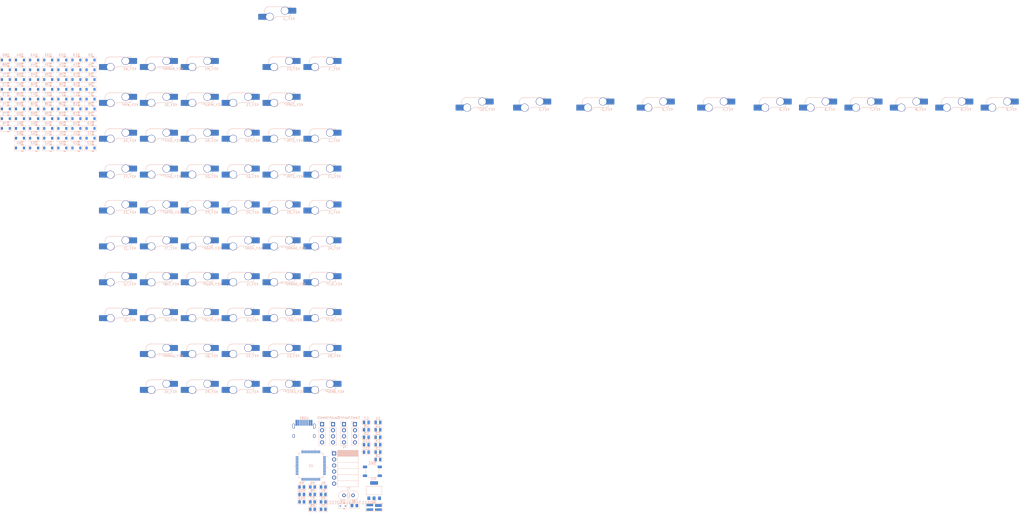
<source format=kicad_pcb>
(kicad_pcb (version 20241229) (generator "pcbnew") (generator_version "9.0")
  (layers (0 "F.Cu" signal) (4 "In1.Cu" signal) (6 "In2.Cu" signal) (2 "B.Cu" signal) (13 "F.Paste" user) (15 "B.Paste" user) (5 "F.SilkS" user "F.Silkscreen") (7 "B.SilkS" user "B.Silkscreen") (1 "F.Mask" user) (3 "B.Mask" user) (25 "Edge.Cuts" user))
  (net 0 "")
  (net 1 "GND")
  (net 2 "+3.3V")
  (net 3 "+5V")
  (net 4 "Net-(D3-A)")
  (net 5 "Net-(D4-A)")
  (net 6 "Net-(D5-A)")
  (net 7 "Net-(D6-A)")
  (net 8 "Net-(D7-A)")
  (net 9 "Net-(D8-A)")
  (net 10 "Net-(D9-A)")
  (net 11 "Net-(D10-A)")
  (net 12 "Net-(D11-A)")
  (net 13 "Net-(D12-A)")
  (net 14 "Net-(D13-A)")
  (net 15 "Net-(D14-A)")
  (net 16 "Net-(D15-A)")
  (net 17 "Net-(D16-A)")
  (net 18 "Net-(D17-A)")
  (net 19 "Net-(D18-A)")
  (net 20 "Net-(D19-A)")
  (net 21 "Net-(D20-A)")
  (net 22 "Net-(D21-A)")
  (net 23 "Net-(D22-A)")
  (net 24 "Net-(D23-A)")
  (net 25 "Net-(D29-A)")
  (net 26 "Net-(D30-A)")
  (net 27 "Net-(D31-A)")
  (net 28 "Net-(D32-A)")
  (net 29 "Net-(D33-A)")
  (net 30 "Net-(D24-A)")
  (net 31 "Net-(D25-A)")
  (net 32 "Net-(D26-A)")
  (net 33 "Net-(D27-A)")
  (net 34 "Net-(D28-A)")
  (net 35 "Net-(D34-A)")
  (net 36 "/COL2")
  (net 37 "/COL3")
  (net 38 "/COL4")
  (net 39 "/COL5")
  (net 40 "/COL1")
  (net 41 "/ROT_TIMB")
  (net 42 "/ROT_TIMA")
  (net 43 "Net-(U1-OSCIN)")
  (net 44 "Net-(U1-OSCOUT)")
  (net 45 "Net-(U1-VCAP)")
  (net 46 "/NRST")
  (net 47 "/D+")
  (net 48 "/D-")
  (net 49 "/ROW1")
  (net 50 "/ROW2")
  (net 51 "/ROW3")
  (net 52 "/ROW4")
  (net 53 "/ROW5")
  (net 54 "Net-(D35-A)")
  (net 55 "/ROT_SW")
  (net 56 "/UART_TX_EAST")
  (net 57 "/UART_RX_EAST")
  (net 58 "Net-(U1-VDDA)")
  (net 59 "/RGB_DATAIN")
  (net 60 "Net-(D36-A)")
  (net 61 "Net-(D37-A)")
  (net 62 "Net-(D38-A)")
  (net 63 "Net-(D39-A)")
  (net 64 "Net-(D40-A)")
  (net 65 "Net-(D41-A)")
  (net 66 "Net-(D42-A)")
  (net 67 "Net-(D43-A)")
  (net 68 "Net-(D44-A)")
  (net 69 "Net-(D45-A)")
  (net 70 "Net-(D46-A)")
  (net 71 "Net-(D47-A)")
  (net 72 "Net-(D48-A)")
  (net 73 "Net-(D50-A)")
  (net 74 "Net-(D51-A)")
  (net 75 "Net-(D52-A)")
  (net 76 "Net-(D53-A)")
  (net 77 "Net-(D54-A)")
  (net 78 "Net-(D55-A)")
  (net 79 "Net-(D56-A)")
  (net 80 "Net-(D57-A)")
  (net 81 "Net-(D58-A)")
  (net 82 "/UART_TX_NORTH")
  (net 83 "/UART_RX_NORTH")
  (net 84 "Net-(USB1-CC2)")
  (net 85 "Net-(USB1-CC1)")
  (net 86 "Net-(U1-PA11)")
  (net 87 "Net-(U1-PA12)")
  (net 88 "Net-(U1-BOOT)")
  (net 89 "/JTCLK")
  (net 90 "Net-(J1-Pin_2)")
  (net 91 "/JTMS")
  (net 92 "Net-(J1-Pin_4)")
  (net 93 "Net-(J1-Pin_5)")
  (net 94 "Net-(J1-Pin_6)")
  (net 95 "/SWO")
  (net 96 "/UART_TX_SOUTH")
  (net 97 "/UART_RX_SOUTH")
  (net 99 "AGND")
  (net 100 "Net-(D59-A)")
  (net 101 "/UART_TX_WEST")
  (net 104 "Net-(D60-A)")
  (net 105 "Net-(D61-A)")
  (net 106 "Net-(D62-A)")
  (net 109 "Net-(D64-A)")
  (net 111 "Net-(D65-A)")
  (net 112 "Net-(D68-A)")
  (net 113 "/UART_RX_WEST")
  (net 114 "Net-(D71-A)")
  (net 115 "Net-(D72-A)")
  (net 116 "Net-(D73-A)")
  (net 119 "Net-(D2-A)")
  (net 124 "Net-(D74-A)")
  (net 125 "Net-(D75-A)")
  (net 126 "Net-(D76-A)")
  (net 127 "/COL12")
  (net 128 "/COL9")
  (net 129 "/COL10")
  (net 130 "/COL11")
  (net 131 "/COL6")
  (net 132 "/COL7")
  (net 133 "/COL8")
  (net 134 "/COL14")
  (net 135 "/COL13")
  (net 136 "/COL15")
  (footprint "PCM_Resistor_SMD_AKL:R_0805_2012Metric" (layer "B.Cu") (at -40.389 193.232 180)
    (property "Reference" "R6")
    (property "Value" "22" (hide yes))
  )
  (footprint "PCM_marbastlib-mx:SW_MX_HS_CPG151101S11_1u" (layer "B.Cu") (at 52.3875 33.49625 180)
    (property "Reference" "KEY_1")
    (property "Value" "MX_SW_HS")
  )
  (footprint "PCM_marbastlib-mx:SW_MX_HS_CPG151101S11_1u" (layer "B.Cu") (at -87.038824 76.667 180)
    (property "Reference" "KEY_P1")
    (property "Value" "MX_SW_HS")
  )
  (footprint "PCM_Diode_SMD_AKL:D_SOD-123" (layer "B.Cu") (at -151.269 23.292 180)
    (property "Reference" "D36")
    (property "Value" "1N4148W" (hide yes))
  )
  (footprint "PCM_Capacitor_SMD_AKL:C_0805_2012Metric" (layer "B.Cu") (at -17.821682 166.122 180)
    (property "Reference" "C8")
    (property "Value" "10uF" (hide yes))
  )
  (footprint "PCM_marbastlib-mx:SW_MX_HS_CPG151101S11_1u" (layer "B.Cu") (at -69.888824 91.717 180)
    (property "Reference" "KEY_HOME1")
    (property "Value" "MX_SW_HS")
  )
  (footprint "PCM_Diode_SMD_AKL:D_SOD-123" (layer "B.Cu") (at -163.109 15.092 180)
    (property "Reference" "D55")
    (property "Value" "1N4148W" (hide yes))
  )
  (footprint "PCM_marbastlib-mx:SW_MX_HS_CPG151101S11_1u" (layer "B.Cu") (at -35.588824 61.617 180)
    (property "Reference" "KEY_/1")
    (property "Value" "MX_SW_HS")
  )
  (footprint "PCM_Diode_SMD_AKL:D_SOD-123" (layer "B.Cu") (at -169.029 19.192 180)
    (property "Reference" "D71")
    (property "Value" "1N4148W" (hide yes))
  )
  (footprint "PCM_marbastlib-mx:SW_MX_HS_CPG151101S11_1u" (layer "B.Cu") (at 248.5225 33.49625 180)
    (property "Reference" "KEY_0")
    (property "Value" "MX_SW_HS")
  )
  (footprint "PCM_marbastlib-mx:SW_MX_HS_CPG151101S11_1u" (layer "B.Cu") (at -87.038824 16.467 180)
    (property "Reference" "KEY_M1")
    (property "Value" "MX_SW_HS")
  )
  (footprint "PCM_Diode_SMD_AKL:D_SOD-123" (layer "B.Cu") (at -151.269 31.492 180)
    (property "Reference" "D38")
    (property "Value" "1N4148W" (hide yes))
  )
  (footprint "PCM_Diode_SMD_AKL:D_SOD-123" (layer "B.Cu") (at -139.429 47.892 180)
    (property "Reference" "D22")
    (property "Value" "1N4148W" (hide yes))
  )
  (footprint "PCM_marbastlib-mx:SW_MX_HS_CPG151101S11_1u" (layer "B.Cu") (at -104.188824 151.917 180)
    (property "Reference" "KEY_V1")
    (property "Value" "MX_SW_HS")
  )
  (footprint "PCM_marbastlib-mx:SW_MX_HS_CPG151101S11_1u" (layer "B.Cu") (at -69.888824 151.917 180)
    (property "Reference" "KEY_L1")
    (property "Value" "MX_SW_HS")
  )
  (footprint "PCM_Diode_SMD_AKL:D_SOD-123" (layer "B.Cu") (at -145.349 35.592 180)
    (property "Reference" "D29")
    (property "Value" "1N4148W" (hide yes))
  )
  (footprint "PCM_marbastlib-mx:SW_MX_HS_CPG151101S11_1u" (layer "B.Cu") (at -104.188824 121.817 180)
    (property "Reference" "KEY_U1")
    (property "Value" "MX_SW_HS")
  )
  (footprint "PCM_Resistor_SMD_AKL:R_0805_2012Metric" (layer "B.Cu") (at -44.909 196.352 180)
    (property "Reference" "R13")
    (property "Value" "DNP" (hide yes))
  )
  (footprint "PCM_marbastlib-mx:SW_MX_HS_CPG151101S11_1u" (layer "B.Cu") (at -104.188824 16.467 180)
    (property "Reference" "KEY_RARROW1")
    (property "Value" "MX_SW_HS")
  )
  (footprint "PCM_Diode_SMD_AKL:D_SOD-123" (layer "B.Cu") (at -139.429 31.492 180)
    (property "Reference" "D18")
    (property "Value" "1N4148W" (hide yes))
  )
  (footprint "PCM_Diode_SMD_AKL:D_SOD-123" (layer "B.Cu") (at -133.509 10.992 180)
    (property "Reference" "D3")
    (property "Value" "1N4148W" (hide yes))
  )
  (footprint "PCM_marbastlib-mx:SW_MX_HS_CPG151101S11_1u" (layer "B.Cu") (at -52.738824 46.567 180)
    (property "Reference" "KEY_CTRL1")
    (property "Value" "MX_SW_HS")
  )
  (footprint "PCM_Diode_SMD_AKL:D_SOD-123" (layer "B.Cu") (at -145.349 10.992 180)
    (property "Reference" "D23")
    (property "Value" "1N4148W" (hide yes))
  )
  (footprint "PCM_marbastlib-mx:SW_MX_HS_CPG151101S11_1u" (layer "B.Cu") (at -104.188824 76.667 180)
    (property "Reference" "KEY_SPACE1")
    (property "Value" "MX_SW_HS")
  )
  (footprint "PCM_marbastlib-mx:SW_MX_HS_CPG151101S11_1u" (layer "B.Cu") (at -52.738824 76.667 180)
    (property "Reference" "KEY_D1")
    (property "Value" "MX_SW_HS")
  )
  (footprint "PCM_Diode_SMD_AKL:D_SOD-123" (layer "B.Cu") (at -163.109 31.492 180)
    (property "Reference" "D59")
    (property "Value" "1N4148W" (hide yes))
  )
  (footprint "PCM_Diode_SMD_AKL:D_SOD-123" (layer "B.Cu") (at -169.029 10.992 180)
    (property "Reference" "D65")
    (property "Value" "1N4148W" (hide yes))
  )
  (footprint "Connector_PinSocket_2.54mm:PinSocket_1x04_P2.54mm_Vertical" (layer "B.Cu") (at -27.184 163.767 180)
    (property "Reference" "North1")
    (property "Value" "Conn_01x04")
  )
  (footprint "PCM_Resistor_SMD_AKL:R_0805_2012Metric" (layer "B.Cu") (at -40.389 190.112 180)
    (property "Reference" "R5")
    (property "Value" "10k" (hide yes))
  )
  (footprint "PCM_Resistor_SMD_AKL:R_0805_2012Metric" (layer "B.Cu") (at -44.909 193.232 180)
    (property "Reference" "R10")
    (property "Value" "DNP" (hide yes))
  )
  (footprint "Connector_PinSocket_2.54mm:PinSocket_1x04_P2.54mm_Vertical" (layer "B.Cu") (at -36.384 163.767 180)
    (property "Reference" "West1")
    (property "Value" "Conn_01x04")
  )
  (footprint "PCM_Diode_SMD_AKL:D_SOD-123" (layer "B.Cu") (at -151.269 39.692 180)
    (property "Reference" "D40")
    (property "Value" "1N4148W" (hide yes))
  )
  (footprint "PCM_marbastlib-mx:SW_MX_HS_CPG151101S11_1u" (layer "B.Cu") (at -121.338824 46.567 180)
    (property "Reference" "KEY_X1")
    (property "Value" "MX_SW_HS")
  )
  (footprint "PCM_Diode_SMD_AKL:D_SOD-123" (layer "B.Cu") (at -145.349 23.292 180)
    (property "Reference" "D26")
    (property "Value" "1N4148W" (hide yes))
  )
  (footprint "PCM_Diode_SMD_AKL:D_SOD-123" (layer "B.Cu") (at -163.109 43.792 180)
    (property "Reference" "D62")
    (property "Value" "1N4148W" (hide yes))
  )
  (footprint "PCM_Diode_SMD_AKL:D_SOD-123" (layer "B.Cu") (at -139.429 27.392 180)
    (property "Reference" "D17")
    (property "Value" "1N4148W" (hide yes))
  )
  (footprint "PCM_marbastlib-mx:SW_MX_HS_CPG151101S11_1u" (layer "B.Cu") (at 78.8895 33.49625 180)
    (property "Reference" "KEY_2")
    (property "Value" "MX_SW_HS")
  )
  (footprint "PCM_Diode_SMD_AKL:D_SOD-123" (layer "B.Cu") (at -139.429 15.092 180)
    (property "Reference" "D14")
    (property "Value" "1N4148W" (hide yes))
  )
  (footprint "PCM_marbastlib-mx:SW_MX_HS_CPG151101S11_1u" (layer "B.Cu") (at -69.888824 76.667 180)
    (property "Reference" "KEY_H1")
    (property "Value" "MX_SW_HS")
  )
  (footprint "PCM_marbastlib-mx:SW_MX_HS_CPG151101S11_1u" (layer "B.Cu") (at 210.4225 33.49625 180)
    (property "Reference" "KEY_8")
    (property "Value" "MX_SW_HS")
  )
  (footprint "PCM_marbastlib-mx:SW_MX_HS_CPG151101S11_1u" (layer "B.Cu") (at 172.3225 33.49625 180)
    (property "Reference" "KEY_6")
    (property "Value" "MX_SW_HS")
  )
  (footprint "PCM_Diode_SMD_AKL:D_SOD-123" (layer "B.Cu") (at -151.269 47.892 180)
    (property "Reference" "D42")
    (property "Value" "1N4148W" (hide yes))
  )
  (footprint "PCM_marbastlib-mx:SW_MX_HS_CPG151101S11_1u" (layer "B.Cu") (at -69.888824 46.567 180)
    (property "Reference" "KEY_FN1")
    (property "Value" "MX_SW_HS")
  )
  (footprint "PCM_marbastlib-mx:SW_MX_HS_CPG151101S11_1u" (layer "B.Cu") (at 28.2575 33.49625 180)
    (property "Reference" "KEY_ESC1")
    (property "Value" "MX_SW_HS")
  )
  (footprint "PCM_Diode_SMD_AKL:D_SOD-123" (layer "B.Cu") (at -151.269 10.992 180)
    (property "Reference" "D33")
    (property "Value" "1N4148W" (hide yes))
  )
  (footprint "PCM_marbastlib-mx:SW_MX_HS_CPG151101S11_1u" (layer "B.Cu") (at 104.2435 33.49625 180)
    (property "Reference" "KEY_3")
    (property "Value" "MX_SW_HS")
  )
  (footprint "PCM_marbastlib-mx:SW_MX_HS_CPG151101S11_1u" (layer "B.Cu") (at -35.588824 91.717 180)
    (property "Reference" "KEY_A1")
    (property "Value" "MX_SW_HS")
  )
  (footprint "PCM_marbastlib-mx:SW_MX_HS_CPG151101S11_1u" (layer "B.Cu") (at -87.038824 61.617 180)
    (property "Reference" "KEY_O1")
    (property "Value" "MX_SW_HS")
  )
  (footprint "PCM_Diode_SMD_AKL:D_SOD-123" (layer "B.Cu") (at -151.269 19.192 180)
    (property "Reference" "D35")
    (property "Value" "1N4148W" (hide yes))
  )
  (footprint "PCM_marbastlib-mx:SW_MX_HS_CPG151101S11_1u" (layer "B.Cu") (at -52.738824 91.717 180)
    (property "Reference" "KEY_DARROW1")
    (property "Value" "MX_SW_HS")
  )
  (footprint "PCM_marbastlib-mx:SW_MX_HS_CPG151101S11_1u" (layer "B.Cu") (at -87.038824 46.567 180)
    (property "Reference" "KEY_N1")
    (property "Value" "MX_SW_HS")
  )
  (footprint "PCM_Diode_SMD_AKL:D_SOD-123" (layer "B.Cu") (at -169.029 23.292 180)
    (property "Reference" "D72")
    (property "Value" "1N4148W" (hide yes))
  )
  (footprint "PCM_Diode_SMD_AKL:D_SOD-123" (layer "B.Cu") (at -133.509 47.892 180)
    (property "Reference" "D12")
    (property "Value" "1N4148W" (hide yes))
  )
  (footprint "PCM_Diode_SMD_AKL:D_SOD-123" (layer "B.Cu") (at -157.189 15.092 180)
    (property "Reference" "D44")
    (property "Value" "1N4148W" (hide yes))
  )
  (footprint "PCM_Diode_SMD_AKL:D_SOD-123" (layer "B.Cu") (at -133.509 15.092 180)
    (property "Reference" "D4")
    (property "Value" "1N4148W" (hide yes))
  )
  (footprint "PCM_marbastlib-mx:SW_MX_HS_CPG151101S11_1u" (layer "B.Cu") (at -52.738824 121.817 180)
    (property "Reference" "KEY_DEL1")
    (property "Value" "MX_SW_HS")
  )
  (footprint "PCM_Resistor_SMD_AKL:R_0805_2012Metric" (layer "B.Cu") (at -35.869 196.352 180)
    (property "Reference" "R3")
    (property "Value" "22" (hide yes))
  )
  (footprint "PCM_marbastlib-mx:SW_MX_HS_CPG151101S11_1u" (layer "B.Cu") (at -104.188824 91.717 180)
    (property "Reference" "KEY_T1")
    (property "Value" "MX_SW_HS")
  )
  (footprint "PCM_marbastlib-mx:SW_MX_HS_CPG151101S11_1u" (layer "B.Cu") (at 129.5975 33.49625 180)
    (property "Reference" "KEY_4")
    (property "Value" "MX_SW_HS")
  )
  (footprint "PCM_Diode_SMD_AKL:D_SOD-123" (layer "B.Cu") (at -151.269 35.592 180)
    (property "Reference" "D39")
    (property "Value" "1N4148W" (hide yes))
  )
  (footprint "PCM_Capacitor_SMD_AKL:C_0805_2012Metric" (layer "B.Cu") (at -12.939894 178.602 180)
    (property "Reference" "C6")
    (property "Value" "100nF" (hide yes))
  )
  (footprint "PCM_Resistor_SMD_AKL:R_0805_2012Metric" (layer "B.Cu") (at -40.389 196.352 180)
    (property "Reference" "R7")
    (property "Value" "22" (hide yes))
  )
  (footprint "PCM_Capacitor_SMD_AKL:C_0805_2012Metric" (layer "B.Cu") (at -12.939894 166.122 180)
    (property "Reference" "C2")
    (property "Value" "20pF" (hide yes))
  )
  (footprint "PCM_Diode_SMD_AKL:D_SOD-123" (layer "B.Cu") (at -139.429 35.592 180)
    (property "Reference" "D19")
    (property "Value" "1N4148W" (hide yes))
  )
  (footprint "PCM_Capacitor_SMD_AKL:C_0805_2012Metric" (layer "B.Cu") (at -17.821682 169.242 180)
    (property "Reference" "C9")
    (property "Value" "4.7uF" (hide yes))
  )
  (footprint "PCM_Diode_SMD_AKL:D_SOD-123" (layer "B.Cu") (at -157.189 31.492 180)
    (property "Reference" "D48")
    (property "Value" "1N4148W" (hide yes))
  )
  (footprint "PCM_Diode_SMD_AKL:D_SOD-123" (layer "B.Cu") (at -145.349 27.392 180)
    (property "Reference" "D27")
    (property "Value" "1N4148W" (hide yes))
  )
  (footprint "PCM_marbastlib-mx:SW_MX_HS_CPG151101S11_1u" (layer "B.Cu") (at -87.038824 136.867 180)
    (property "Reference" "KEY_Q1")
    (property "Value" "MX_SW_HS")
  )
  (footprint "PCM_marbastlib-mx:SW_MX_HS_CPG151101S11_1u" (layer "B.Cu") (at -104.188824 136.867 180)
    (property "Reference" "KEY_UARROW1")
    (property "Value" "MX_SW_HS")
  )
  (footprint "PCM_Diode_SMD_AKL:D_SOD-123" (layer "B.Cu") (at -151.269 43.792 180)
    (property "Reference" "D41")
    (property "Value" "1N4148W" (hide yes))
  )
  (footprint "PCM_Diode_SMD_AKL:D_SOD-123" (layer "B.Cu") (at -133.509 35.592 180)
    (property "Reference" "D9")
    (property "Value" "1N4148W" (hide yes))
  )
  (footprint "PCM_Diode_SMD_AKL:D_SOD-123" (layer "B.Cu") (at -133.509 19.192 180)
    (property "Reference" "D5")
    (property "Value" "1N4148W" (hide yes))
  )
  (footprint "PCM_Diode_SMD_AKL:D_SOD-123" (layer "B.Cu") (at -133.509 43.792 180)
    (property "Reference" "D11")
    (property "Value" "1N4148W" (hide yes))
  )
  (footprint "PCM_Diode_SMD_AKL:D_SOD-123" (layer "B.Cu") (at -163.109 35.592 180)
    (property "Reference" "D60")
    (property "Value" "1N4148W" (hide yes))
  )
  (footprint "PCM_Capacitor_SMD_AKL:C_0805_2012Metric" (layer "B.Cu") (at -12.939894 172.362 180)
    (property "Reference" "C4")
    (property "Value" "100nF" (hide yes))
  )
  (footprint "PCM_Diode_SMD_AKL:D_SOD-123" (layer "B.Cu") (at -163.109 10.992 180)
    (property "Reference" "D54")
    (property "Value" "1N4148W" (hide yes))
  )
  (footprint "Type-C.pretty-master:HRO-TYPE-C-31-M-12-HandSoldering" (layer "B.Cu") (at -43.979 171.362 180)
    (property "Reference" "USB1")
    (property "Value" "HRO-TYPE-C-31-M-12")
  )
  (footprint "PCM_Diode_SMD_AKL:D_SOD-123" (layer "B.Cu") (at -133.509 23.292 180)
    (property "Reference" "D6")
    (property "Value" "1N4148W" (hide yes))
  )
  (footprint "PCM_marbastlib-mx:SW_MX_HS_CPG151101S11_1u" (layer "B.Cu") (at -35.588824 106.767 180)
    (property "Reference" "KEY_ALT1")
    (property "Value" "MX_SW_HS")
  )
  (footprint "PCM_marbastlib-mx:SW_MX_HS_CPG151101S11_1u" (layer "B.Cu") (at -87.038824 151.917 180)
    (property "Reference" "KEY_R1")
    (property "Value" "MX_SW_HS")
  )
  (footprint "PCM_marbastlib-mx:SW_MX_HS_CPG151101S11_1u" (layer "B.Cu") (at -121.338824 91.717 180)
    (property "Reference" "KEY_[1")
    (property "Value" "MX_SW_HS")
  )
  (footprint "PCM_Diode_SMD_AKL:D_SOD-123" (layer "B.Cu") (at -169.029 35.592 180)
    (property "Reference" "D75")
    (property "Value" "1N4148W" (hide yes))
  )
  (footprint "PCM_marbastlib-mx:SW_MX_HS_CPG151101S11_1u" (layer "B.Cu") (at -69.888824 136.867 180)
    (property "Reference" "KEY_K1")
    (property "Value" "MX_SW_HS")
  )
  (footprint "PCM_marbastlib-mx:SW_MX_HS_CPG151101S11_1u" (layer "B.Cu") (at -104.188824 46.567 180)
    (property "Reference" "KEY_SHIFT1")
    (property "Value" "MX_SW_HS")
  )
  (footprint "PCM_marbastlib-various:SW_SPST_SKQG_WithStem" (layer "B.Cu") (at -15.274 183.537 180)
    (property "Reference" "SW2")
    (property "Value" "Push_Button")
  )
  (footprint "PCM_Diode_SMD_AKL:D_SOD-123" (layer "B.Cu") (at -163.109 27.392 180)
    (property "Reference" "D58")
    (property "Value" "1N4148W" (hide yes))
  )
  (footprint "PCM_Diode_SMD_AKL:D_SOD-123" (layer "B.Cu") (at -139.429 39.692 180)
    (property "Reference" "D20")
    (property "Value" "1N4148W" (hide yes))
  )
  (footprint "PCM_Diode_SMD_AKL:D_SOD-123" (layer "B.Cu") (at -139.429 19.192 180)
    (property "Reference" "D15")
    (property "Value" "1N4148W" (hide yes))
  )
  (footprint "PCM_marbastlib-mx:SW_MX_HS_CPG151101S11_1u" (layer "B.Cu") (at -104.188824 106.767 180)
    (property "Reference" "KEY_TAB1")
    (property "Value" "MX_SW_HS")
  )
  (footprint "PCM_Diode_SMD_AKL:D_SOD-323" (layer "B.Cu") (at -27.639 198.092 180)
    (property "Reference" "D2")
    (property "Value" "BAT60JFILM" (hide yes))
  )
  (footprint "PCM_Diode_SMD_AKL:D_SOD-123" (layer "B.Cu") (at -157.189 43.792 180)
    (property "Reference" "D52")
    (property "Value" "1N4148W" (hide yes))
  )
  (footprint "PCM_marbastlib-mx:SW_MX_HS_CPG151101S11_1u" (layer "B.Cu") (at -52.738824 136.867 180)
    (property "Reference" "KEY_E1")
    (property "Value" "MX_SW_HS")
  )
  (footprint "PCM_marbastlib-mx:SW_MX_HS_CPG151101S11_1u" (layer "B.Cu") (at -121.338824 31.517 180)
    (property "Reference" "KEY_WIN1")
    (property "Value" "MX_SW_HS")
  )
  (footprint "PCM_Diode_SMD_AKL:D_SOD-123" (layer "B.Cu") (at -157.189 47.892 180)
    (property "Reference" "D53")
    (property "Value" "1N4148W" (hide yes))
  )
  (footprint "PCM_marbastlib-mx:SW_MX_HS_CPG151101S11_1u" (layer "B.Cu") (at -35.588824 136.867 180)
    (property "Reference" "KEY_B1")
    (property "Value" "MX_SW_HS")
  )
  (footprint "PCM_Resistor_SMD_AKL:R_0805_2012Metric" (layer "B.Cu") (at -35.869 193.232 180)
    (property "Reference" "R2")
    (property "Value" "5.1k" (hide yes))
  )
  (footprint "PCM_marbastlib-mx:SW_MX_HS_CPG151101S11_1u" (layer "B.Cu") (at -52.738824 61.617 180)
    (property "Reference" "KEY_CTRL2")
    (property "Value" "MX_SW_HS")
  )
  (footprint "PCM_marbastlib-mx:SW_MX_HS_CPG151101S11_1u" (layer "B.Cu") (at -69.888824 61.617 180)
    (property "Reference" "KEY_G1")
    (property "Value" "MX_SW_HS")
  )
  (footprint "PCM_Capacitor_SMD_AKL:C_0805_2012Metric" (layer "B.Cu") (at -17.821682 172.362 180)
    (property "Reference" "C10")
    (property "Value" "1uF" (hide yes))
  )
  (footprint "PCM_marbastlib-mx:SW_MX_HS_CPG151101S11_1u" (layer "B.Cu") (at -104.188824 31.517 180)
    (property "Reference" "KEY_S1")
    (property "Value" "MX_SW_HS")
  )
  (footprint "PCM_Diode_SMD_AKL:D_SOD-123" (layer "B.Cu") (at -139.429 23.292 180)
    (property "Reference" "D16")
    (property "Value" "1N4148W" (hide yes))
  )
  (footprint "PCM_marbastlib-mx:SW_MX_HS_CPG151101S11_1u" (layer "B.Cu") (at -87.038824 91.717 180)
    (property "Reference" "KEY_PGDN1")
    (property "Value" "MX_SW_HS")
  )
  (footprint "PCM_Capacitor_SMD_AKL:C_0805_2012Metric" (layer "B.Cu") (at -17.821682 175.482 180)
    (property "Reference" "C11")
    (property "Value" "0.1uF" (hide yes))
  )
  (footprint "PCM_Diode_SMD_AKL:D_SOD-123" (layer "B.Cu") (at -157.189 19.192 180)
    (property "Reference" "D45")
    (property "Value" "1N4148W" (hide yes))
  )
  (footprint "PCM_marbastlib-mx:SW_MX_HS_CPG151101S11_1u" (layer "B.Cu") (at -52.738824 31.517 180)
    (property "Reference" "KEY_CAPS1")
    (property "Value" "MX_SW_HS")
  )
  (footprint "PCM_marbastlib-mx:SW_MX_HS_CPG151101S11_1u" (layer "B.Cu") (at -69.888824 31.517 180)
    (property "Reference" "KEY_F1")
    (property "Value" "MX_SW_HS")
  )
  (footprint "PCM_marbastlib-mx:SW_MX_HS_CPG151101S11_1u" (layer "B.Cu") (at -69.888824 106.767 180)
    (property "Reference" "KEY_I1")
    (property "Value" "MX_SW_HS")
  )
  (footprint "PCM_Diode_SMD_AKL:D_SOD-123" (layer "B.Cu") (at -157.189 39.692 180)
    (property "Reference" "D51")
    (property "Value" "1N4148W" (hide yes))
  )
  (footprint "PCM_Diode_SMD_AKL:D_SOD-123" (layer "B.Cu") (at -145.349 15.092 180)
    (property "Reference" "D24")
    (property "Value" "1N4148W" (hide yes))
  )
  (footprint "PCM_marbastlib-mx:SW_MX_HS_CPG151101S11_1u" (layer "B.Cu") (at -121.338824 106.767 180)
    (property "Reference" "KEY_\\1")
    (property "Value" "MX_SW_HS")
  )
  (footprint "PCM_Diode_SMD_AKL:D_SOD-123" (layer "B.Cu") (at -163.109 47.892 180)
    (property "Reference" "D64")
    (property "Value" "1N4148W" (hide yes))
  )
  (footprint "PCM_Diode_SMD_AKL:D_SOD-123" (layer "B.Cu") (at -157.189 35.592 180)
    (property "Reference" "D50")
    (property "Value" "1N4148W" (hide yes))
  )
  (footprint "PCM_Resistor_SMD_AKL:R_0805_2012Metric" (layer "B.Cu") (at -44.909 190.112 180)
    (property "Reference" "R9")
    (property "Value" "22" (hide yes))
  )
  (footprint "PCM_Diode_SMD_AKL:D_SOD-123" (layer "B.Cu") (at -145.349 43.792 180)
    (property "Reference" "D31")
    (property "Value" "1N4148W" (hide yes))
  )
  (footprint "PCM_Fuse_AKL:Fuse_0805_2012Metric_Pad1.15x1.40mm_BigPads" (layer "B.Cu") (at -22.819 197.902 180)
    (property "Reference" "FB1")
    (property "Value" "Ferrite_Bead" (hide yes))
  )
  (footprint "PCM_marbastlib-mx:SW_MX_HS_CPG151101S11_1u" (layer "B.Cu") (at -35.588824 151.917 180)
    (property "Reference" "KEY_BKSP1")
    (property "Value" "MX_SW_HS")
  )
  (footprint "PCM_Diode_SMD_AKL:D_SOD-123" (layer "B.Cu") (at -145.349 19.192 180)
    (property "Reference" "D25")
    (property "Value" "1N4148W" (hide yes))
  )
  (footprint "PCM_marbastlib-mx:SW_MX_HS_CPG151101S11_1u" (layer "B.Cu") (at -87.038824 31.517 180)
    (property "Reference" "KEY_MINUS1")
    (property "Value" "MX_SW_HS")
  )
  (footprint "PCM_Diode_SMD_AKL:D_SOD-123" (layer "B.Cu") (at -169.029 15.092 180)
    (property "Reference" "D68")
    (property "Value" "1N4148W" (hide yes))
  )
  (footprint "PCM_marbastlib-mx:SW_MX_HS_CPG151101S11_1u" (layer "B.Cu") (at -54.5525 -4.60375 180)
    (property "Reference" "KEY_,1")
    (property "Value" "MX_SW_HS")
  )
  (footprint "PCM_Diode_SMD_AKL:D_SOD-123" (layer "B.Cu") (at -157.189 27.392 180)
    (property "Reference" "D47")
    (property "Value" "1N4148W" (hide yes))
  )
  (footprint "PCM_marbastlib-mx:SW_MX_HS_CPG151101S11_1u" (layer "B.Cu") (at -35.588824 76.667 180)
    (property "Reference" "KEY_;1")
    (property "Value" "MX_SW_HS")
  )
  (footprint "PCM_marbastlib-mx:SW_MX_HS_CPG151101S11_1u" (layer "B.Cu") (at -121.338824 61.617 180)
    (property "Reference" "KEY_Y1")
    (property "Value" "MX_SW_HS")
  )
  (footprint "PCM_Diode_SMD_AKL:D_SOD-123" (layer "B.Cu") (at -157.189 23.292 180)
    (property "Reference" "D46")
    (property "Value" "1N4148W" (hide yes))
  )
  (footprint "PCM_Package_TO_SOT_SMD_AKL:SOT-143_Handsoldering" (layer "B.Cu") (at -14.5515 198.637 180)
    (property "Reference" "D1")
    (property "Value" "PRTR5V0U2X")
  )
  (footprint "PCM_Diode_SMD_AKL:D_SOD-123" (layer "B.Cu") (at -151.269 15.092 180)
    (property "Reference" "D34")
    (property "Value" "1N4148W" (hide yes))
  )
  (footprint "Connector_PinSocket_2.54mm:PinSocket_1x06_P2.54mm_Horizontal" (layer "B.Cu") (at -31.334 176.017 180)
    (property "Reference" "J1")
    (property "Value" "Conn_01x06")
  )
  (footprint "PCM_marbastlib-mx:SW_MX_HS_CPG151101S11_1u" (layer "B.Cu") (at -87.038824 121.817 180)
    (property "Reference" "KEY_PLUS1")
    (property "Value" "MX_SW_HS")
  )
  (footprint "Connector_PinSocket_2.54mm:PinSocket_1x04_P2.54mm_Vertical" (layer "B.Cu") (at -22.584 163.767 180)
    (property "Reference" "East1")
    (property "Value" "Conn_01x04")
  )
  (footprint "PCM_marbastlib-mx:SW_MX_HS_CPG151101S11_1u" (layer "B.Cu") (at -52.738824 16.467 180)
    (property "Reference" "KEY_C1")
    (property "Value" "MX_SW_HS")
  )
  (footprint "PCM_marbastlib-mx:SW_MX_HS_CPG151101S11_1u" (layer "B.Cu") (at 191.3725 33.49625 180)
    (property "Reference" "KEY_7")
    (property "Value" "MX_SW_HS")
  )
  (footprint "PCM_Diode_SMD_AKL:D_SOD-123" (layer "B.Cu") (at -145.349 39.692 180)
    (property "Reference" "D30")
    (property "Value" "1N4148W" (hide yes))
  )
  (footprint "PCM_Resistor_SMD_AKL:R_0805_2012Metric" (layer "B.Cu") (at -35.869 199.472 180)
    (property "Reference" "R4")
    (property "Value" "22" (hide yes))
  )
  (footprint "PCM_marbastlib-mx:SW_MX_HS_CPG151101S11_1u" (layer "B.Cu") (at -121.338824 76.667 180)
    (property "Reference" "KEY_Z1")
    (property "Value" "MX_SW_HS")
  )
  (footprint "PCM_Diode_SMD_AKL:D_SOD-123" (layer "B.Cu") (at -151.269 27.392 180)
    (property "Reference" "D37")
    (property "Value" "1N4148W" (hide yes))
  )
  (footprint "PCM_Diode_SMD_AKL:D_SOD-123" (layer "B.Cu") (at -139.429 43.792 180)
    (property "Reference" "D21")
    (property "Value" "1N4148W" (hide yes))
  )
  (footprint "PCM_marbastlib-mx:SW_MX_HS_CPG151101S11_1u" (layer "B.Cu") (at 153.2725 33.49625 180)
    (property "Reference" "KEY_5")
    (property "Value" "MX_SW_HS")
  )
  (footprint "PCM_Diode_SMD_AKL:D_SOD-123" (layer "B.Cu") (at -157.189 10.992 180)
    (property "Reference" "D43")
    (property "Value" "1N4148W" (hide yes))
  )
  (footprint "footprints:LQFP64-10x10mm" (layer "B.Cu") (at -41.1123 181.1231 180)
    (property "Reference" "U1")
    (property "Value" "~")
  )
  (footprint "PCM_Diode_SMD_AKL:D_SOD-123" (layer "B.Cu") (at -139.429 10.992 180)
    (property "Reference" "D13")
    (property "Value" "1N4148W" (hide yes))
  )
  (footprint "PCM_Capacitor_SMD_AKL:C_0805_2012Metric" (layer "B.Cu") (at -12.939894 175.482 180)
    (property "Reference" "C5")
    (property "Value" "100nF" (hide yes))
  )
  (footprint "PCM_Capacitor_SMD_AKL:C_0805_2012Metric" (layer "B.Cu") (at -17.821682 163.002 180)
    (property "Reference" "C7")
    (property "Value" "1uF" (hide yes))
  )
  (footprint "PCM_marbastlib-mx:SW_MX_HS_CPG151101S11_1u" (layer "B.Cu") (at -35.588824 16.467 180)
    (property "Reference" "KEY_'1")
    (property "Value" "MX_SW_HS")
  )
  (footprint "PCM_Diode_SMD_AKL:D_SOD-123" (layer "B.Cu") (at -169.029 31.492 180)
    (property "Reference" "D74")
    (property "Value" "1N4148W" (hide yes))
  )
  (footprint "PCM_marbastlib-mx:SW_MX_HS_CPG151101S11_1u" (layer "B.Cu") (at -35.588824 121.817 180)
    (property "Reference" "KEY_ALT2")
    (property "Value" "MX_SW_HS")
  )
  (footprint "PCM_marbastlib-mx:SW_MX_HS_CPG151101S11_1u" (layer "B.Cu") (at -69.888824 121.817 180)
    (property "Reference" "KEY_J1")
    (property "Value" "MX_SW_HS")
  )
  (footprint "PCM_marbastlib-mx:SW_MX_HS_CPG151101S11_1u" (layer "B.Cu") (at 229.4725 33.49625 180)
    (property "Reference" "KEY_9")
    (property "Value" "MX_SW_HS")
  )
  (footprint "Connector_PinSocket_2.54mm:PinSocket_1x04_P2.54mm_Vertical" (layer "B.Cu") (at -31.784 163.767 180)
    (property "Reference" "South1")
    (property "Value" "Conn_01x04")
  )
  (footprint "PCM_Crystal_AKL:Crystal_HC52-U_Vertical" (layer "B.Cu") (at -23.384 193.617 180)
    (property "Reference" "Y1")
    (property "Value" "8MHz" (hide yes))
  )
  (footprint "PCM_marbastlib-mx:SW_MX_HS_CPG151101S11_1u" (layer "B.Cu") (at -121.338824 121.817 180)
    (property "Reference" "KEY_]1")
    (property "Value" "MX_SW_HS")
  )
  (footprint "PCM_marbastlib-mx:SW_MX_HS_CPG151101S11_1u" (layer "B.Cu") (at -104.188824 61.617 180)
    (property "Reference" "KEY_SHIFT2")
    (property "Value" "MX_SW_HS")
  )
  (footprint "PCM_Diode_SMD_AKL:D_SOD-123" (layer "B.Cu") (at -169.029 39.692 180)
    (property "Reference" "D76")
    (property "Value" "1N4148W" (hide yes))
  )
  (footprint "PCM_marbastlib-mx:SW_MX_HS_CPG151101S11_1u" (layer "B.Cu") (at -52.738824 106.767 180)
    (property "Reference" "KEY_DARROW2")
    (property "Value" "MX_SW_HS")
  )
  (footprint "PCM_Resistor_SMD_AKL:R_0805_2012Metric" (layer "B.Cu") (at -35.869 190.112 180)
    (property "Reference" "R1")
    (property "Value" "5.1k" (hide yes))
  )
  (footprint "PCM_Diode_SMD_AKL:D_SOD-123" (layer "B.Cu") (at -133.509 27.392 180)
    (property "Reference" "D7")
    (property "Value" "1N4148W" (hide yes))
  )
  (footprint "PCM_Diode_SMD_AKL:D_SOD-123" (layer "B.Cu") (at -145.349 31.492 180)
    (property "Reference" "D28")
    (property "Value" "1N4148W" (hide yes))
  )
  (footprint "PCM_Diode_SMD_AKL:D_SOD-123" (layer "B.Cu") (at -145.349 47.892 180)
    (property "Reference" "D32")
    (property "Value" "1N4148W" (hide yes))
  )
  (footprint "PCM_Diode_SMD_AKL:D_SOD-123" (layer "B.Cu") (at -163.109 23.292 180)
    (property "Reference" "D57")
    (property "Value" "1N4148W" (hide yes))
  )
  (footprint "PCM_Capacitor_SMD_AKL:C_0805_2012Metric" (layer "B.Cu") (at -12.939894 163.002 180)
    (property "Reference" "C1")
    (property "Value" "20pF" (hide yes))
  )
  (footprint "PCM_Resistor_SMD_AKL:R_0805_2012Metric" (layer "B.Cu") (at -40.389 199.472 180)
    (property "Reference" "R8")
    (property "Value" "22" (hide yes))
  )
  (footprint "PCM_marbastlib-mx:SW_MX_HS_CPG151101S11_1u" (layer "B.Cu") (at -52.738824 151.917 180)
    (property "Reference" "KEY_ENTER1")
    (property "Value" "MX_SW_HS")
  )
  (footprint "PCM_Diode_SMD_AKL:D_SOD-123" (layer "B.Cu") (at -133.509 39.692 180)
    (property "Reference" "D10")
    (property "Value" "1N4148W" (hide yes))
  )
  (footprint "PCM_Diode_SMD_AKL:D_SOD-123" (layer "B.Cu") (at -133.509 31.492 180)
    (property "Reference" "D8")
    (property "Value" "1N4148W" (hide yes))
  )
  (footprint "PCM_Diode_SMD_AKL:D_SOD-123" (layer "B.Cu") (at -163.109 19.192 180)
    (property "Reference" "D56")
    (property "Value" "1N4148W" (hide yes))
  )
  (footprint "PCM_Diode_SMD_AKL:D_SOD-123" (layer "B.Cu") (at -163.109 39.692 180)
    (property "Reference" "D61")
    (property "Value" "1N4148W" (hide yes))
  )
  (footprint "PCM_4ms_Package_SOT:SOT223" (layer "B.Cu") (at -14.574 191.637 180)
    (property "Reference" "IC1")
    (property "Value" "LD1117-3.3V-SOT223")
  )
  (footprint "PCM_marbastlib-mx:SW_MX_HS_CPG151101S11_1u" (layer "B.Cu") (at -87.038824 106.767 180)
    (property "Reference" "KEY_PGUP1")
    (property "Value" "MX_SW_HS")
  )
  (footprint "PCM_Capacitor_SMD_AKL:C_0805_2012Metric" (layer "B.Cu") (at -12.939894 169.242 180)
    (property "Reference" "C3")
    (property "Value" "100nF" (hide yes))
  )
  (footprint "PCM_Diode_SMD_AKL:D_SOD-123" (layer "B.Cu") (at -169.029 27.392 180)
    (property "Reference" "D73")
    (property "Value" "1N4148W" (hide yes))
  )
  (footprint "PCM_marbastlib-mx:SW_MX_HS_CPG151101S11_1u" (layer "B.Cu") (at -35.588824 46.567 180)
    (property "Reference" "KEY_.1")
    (property "Value" "MX_SW_HS")
  )
  (footprint "PCM_marbastlib-mx:SW_MX_HS_CPG151101S11_1u" (layer "B.Cu") (at -121.338824 16.467 180)
    (property "Reference" "KEY_W1")
    (property "Value" "MX_SW_HS")
  )
)
</source>
